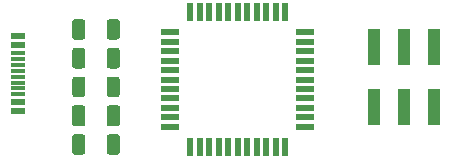
<source format=gtp>
%TF.GenerationSoftware,KiCad,Pcbnew,5.1.9*%
%TF.CreationDate,2021-04-29T00:15:12+02:00*%
%TF.ProjectId,headphoneswitch,68656164-7068-46f6-9e65-737769746368,rev?*%
%TF.SameCoordinates,Original*%
%TF.FileFunction,Paste,Top*%
%TF.FilePolarity,Positive*%
%FSLAX46Y46*%
G04 Gerber Fmt 4.6, Leading zero omitted, Abs format (unit mm)*
G04 Created by KiCad (PCBNEW 5.1.9) date 2021-04-29 00:15:12*
%MOMM*%
%LPD*%
G01*
G04 APERTURE LIST*
%ADD10R,0.550000X1.500000*%
%ADD11R,1.500000X0.550000*%
%ADD12R,1.000000X3.150000*%
%ADD13R,1.150000X0.300000*%
%ADD14R,1.150000X0.600000*%
G04 APERTURE END LIST*
D10*
%TO.C,U1*%
X130750000Y-56050000D03*
X131550000Y-56050000D03*
X132350000Y-56050000D03*
X133150000Y-56050000D03*
X133950000Y-56050000D03*
X134750000Y-56050000D03*
X135550000Y-56050000D03*
X136350000Y-56050000D03*
X137150000Y-56050000D03*
X137950000Y-56050000D03*
X138750000Y-56050000D03*
D11*
X140450000Y-57750000D03*
X140450000Y-58550000D03*
X140450000Y-59350000D03*
X140450000Y-60150000D03*
X140450000Y-60950000D03*
X140450000Y-61750000D03*
X140450000Y-62550000D03*
X140450000Y-63350000D03*
X140450000Y-64150000D03*
X140450000Y-64950000D03*
X140450000Y-65750000D03*
D10*
X138750000Y-67450000D03*
X137950000Y-67450000D03*
X137150000Y-67450000D03*
X136350000Y-67450000D03*
X135550000Y-67450000D03*
X134750000Y-67450000D03*
X133950000Y-67450000D03*
X133150000Y-67450000D03*
X132350000Y-67450000D03*
X131550000Y-67450000D03*
X130750000Y-67450000D03*
D11*
X129050000Y-65750000D03*
X129050000Y-64950000D03*
X129050000Y-64150000D03*
X129050000Y-63350000D03*
X129050000Y-62550000D03*
X129050000Y-61750000D03*
X129050000Y-60950000D03*
X129050000Y-60150000D03*
X129050000Y-59350000D03*
X129050000Y-58550000D03*
X129050000Y-57750000D03*
%TD*%
%TO.C,R4*%
G36*
G01*
X121850000Y-59312499D02*
X121850000Y-60562501D01*
G75*
G02*
X121600001Y-60812500I-249999J0D01*
G01*
X120974999Y-60812500D01*
G75*
G02*
X120725000Y-60562501I0J249999D01*
G01*
X120725000Y-59312499D01*
G75*
G02*
X120974999Y-59062500I249999J0D01*
G01*
X121600001Y-59062500D01*
G75*
G02*
X121850000Y-59312499I0J-249999D01*
G01*
G37*
G36*
G01*
X124775000Y-59312499D02*
X124775000Y-60562501D01*
G75*
G02*
X124525001Y-60812500I-249999J0D01*
G01*
X123899999Y-60812500D01*
G75*
G02*
X123650000Y-60562501I0J249999D01*
G01*
X123650000Y-59312499D01*
G75*
G02*
X123899999Y-59062500I249999J0D01*
G01*
X124525001Y-59062500D01*
G75*
G02*
X124775000Y-59312499I0J-249999D01*
G01*
G37*
%TD*%
%TO.C,R3*%
G36*
G01*
X121850000Y-61749999D02*
X121850000Y-63000001D01*
G75*
G02*
X121600001Y-63250000I-249999J0D01*
G01*
X120974999Y-63250000D01*
G75*
G02*
X120725000Y-63000001I0J249999D01*
G01*
X120725000Y-61749999D01*
G75*
G02*
X120974999Y-61500000I249999J0D01*
G01*
X121600001Y-61500000D01*
G75*
G02*
X121850000Y-61749999I0J-249999D01*
G01*
G37*
G36*
G01*
X124775000Y-61749999D02*
X124775000Y-63000001D01*
G75*
G02*
X124525001Y-63250000I-249999J0D01*
G01*
X123899999Y-63250000D01*
G75*
G02*
X123650000Y-63000001I0J249999D01*
G01*
X123650000Y-61749999D01*
G75*
G02*
X123899999Y-61500000I249999J0D01*
G01*
X124525001Y-61500000D01*
G75*
G02*
X124775000Y-61749999I0J-249999D01*
G01*
G37*
%TD*%
%TO.C,R2*%
G36*
G01*
X121850000Y-66624999D02*
X121850000Y-67875001D01*
G75*
G02*
X121600001Y-68125000I-249999J0D01*
G01*
X120974999Y-68125000D01*
G75*
G02*
X120725000Y-67875001I0J249999D01*
G01*
X120725000Y-66624999D01*
G75*
G02*
X120974999Y-66375000I249999J0D01*
G01*
X121600001Y-66375000D01*
G75*
G02*
X121850000Y-66624999I0J-249999D01*
G01*
G37*
G36*
G01*
X124775000Y-66624999D02*
X124775000Y-67875001D01*
G75*
G02*
X124525001Y-68125000I-249999J0D01*
G01*
X123899999Y-68125000D01*
G75*
G02*
X123650000Y-67875001I0J249999D01*
G01*
X123650000Y-66624999D01*
G75*
G02*
X123899999Y-66375000I249999J0D01*
G01*
X124525001Y-66375000D01*
G75*
G02*
X124775000Y-66624999I0J-249999D01*
G01*
G37*
%TD*%
%TO.C,R1*%
G36*
G01*
X121850000Y-56874999D02*
X121850000Y-58125001D01*
G75*
G02*
X121600001Y-58375000I-249999J0D01*
G01*
X120974999Y-58375000D01*
G75*
G02*
X120725000Y-58125001I0J249999D01*
G01*
X120725000Y-56874999D01*
G75*
G02*
X120974999Y-56625000I249999J0D01*
G01*
X121600001Y-56625000D01*
G75*
G02*
X121850000Y-56874999I0J-249999D01*
G01*
G37*
G36*
G01*
X124775000Y-56874999D02*
X124775000Y-58125001D01*
G75*
G02*
X124525001Y-58375000I-249999J0D01*
G01*
X123899999Y-58375000D01*
G75*
G02*
X123650000Y-58125001I0J249999D01*
G01*
X123650000Y-56874999D01*
G75*
G02*
X123899999Y-56625000I249999J0D01*
G01*
X124525001Y-56625000D01*
G75*
G02*
X124775000Y-56874999I0J-249999D01*
G01*
G37*
%TD*%
D12*
%TO.C,J3*%
X151330000Y-59000000D03*
X151330000Y-64050000D03*
X148790000Y-59000000D03*
X148790000Y-64050000D03*
X146250000Y-59000000D03*
X146250000Y-64050000D03*
%TD*%
D13*
%TO.C,J1*%
X116105000Y-61000000D03*
X116105000Y-60500000D03*
X116105000Y-60000000D03*
X116105000Y-59500000D03*
X116105000Y-61500000D03*
X116105000Y-62000000D03*
X116105000Y-62500000D03*
X116105000Y-63000000D03*
D14*
X116105000Y-58850000D03*
X116105000Y-58050000D03*
X116105000Y-63650000D03*
X116105000Y-64450000D03*
%TD*%
%TO.C,C1*%
G36*
G01*
X121850000Y-64162499D02*
X121850000Y-65462501D01*
G75*
G02*
X121600001Y-65712500I-249999J0D01*
G01*
X120949999Y-65712500D01*
G75*
G02*
X120700000Y-65462501I0J249999D01*
G01*
X120700000Y-64162499D01*
G75*
G02*
X120949999Y-63912500I249999J0D01*
G01*
X121600001Y-63912500D01*
G75*
G02*
X121850000Y-64162499I0J-249999D01*
G01*
G37*
G36*
G01*
X124800000Y-64162499D02*
X124800000Y-65462501D01*
G75*
G02*
X124550001Y-65712500I-249999J0D01*
G01*
X123899999Y-65712500D01*
G75*
G02*
X123650000Y-65462501I0J249999D01*
G01*
X123650000Y-64162499D01*
G75*
G02*
X123899999Y-63912500I249999J0D01*
G01*
X124550001Y-63912500D01*
G75*
G02*
X124800000Y-64162499I0J-249999D01*
G01*
G37*
%TD*%
M02*

</source>
